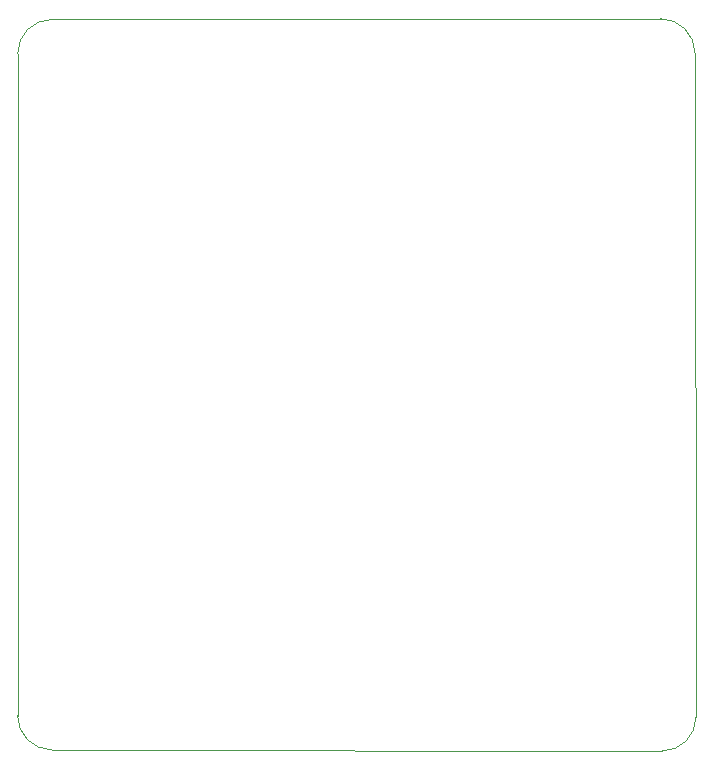
<source format=gbr>
%TF.GenerationSoftware,KiCad,Pcbnew,(6.0.7)*%
%TF.CreationDate,2023-03-24T10:01:01+01:00*%
%TF.ProjectId,PicoWS2812,5069636f-5753-4323-9831-322e6b696361,rev?*%
%TF.SameCoordinates,Original*%
%TF.FileFunction,Profile,NP*%
%FSLAX46Y46*%
G04 Gerber Fmt 4.6, Leading zero omitted, Abs format (unit mm)*
G04 Created by KiCad (PCBNEW (6.0.7)) date 2023-03-24 10:01:01*
%MOMM*%
%LPD*%
G01*
G04 APERTURE LIST*
%TA.AperFunction,Profile*%
%ADD10C,0.100000*%
%TD*%
G04 APERTURE END LIST*
D10*
X147049392Y-72000000D02*
X95500000Y-72050608D01*
X149949400Y-74900000D02*
G75*
G03*
X147049392Y-72000000I-2900000J0D01*
G01*
X92600000Y-131000000D02*
G75*
G03*
X95500000Y-133900000I2900000J0D01*
G01*
X95500000Y-72050600D02*
G75*
G03*
X92600000Y-74950608I0J-2900000D01*
G01*
X147149392Y-133999992D02*
G75*
G03*
X150049392Y-131100000I8J2899992D01*
G01*
X95500000Y-133900000D02*
X147149392Y-134000000D01*
X92600000Y-74950608D02*
X92600000Y-131000000D01*
X150049392Y-131100000D02*
X149949392Y-74900000D01*
M02*

</source>
